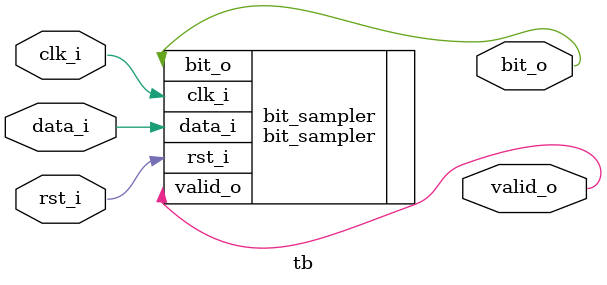
<source format=v>
`default_nettype none
`timescale 1ns/1ps

module tb (
    input clk_i,
    input rst_i,

    input data_i,

    output bit_o,
    output valid_o
);

initial begin
    $dumpfile ("tb.vcd");
    $dumpvars (0, tb);
    #1;
end

// instantiate the DUT
bit_sampler bit_sampler(
    .clk_i(clk_i),
    .rst_i(rst_i),

    .data_i(data_i),

    .bit_o(bit_o),
    .valid_o(valid_o)
);

endmodule

</source>
